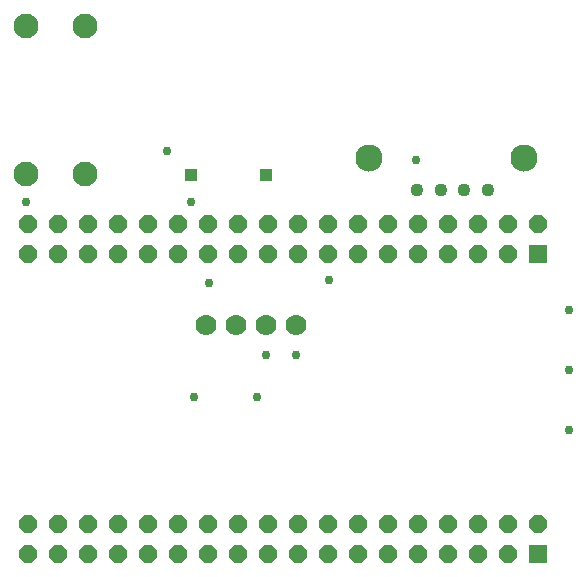
<source format=gbr>
G04 EAGLE Gerber RS-274X export*
G75*
%MOMM*%
%FSLAX34Y34*%
%LPD*%
%INBottom Copper*%
%IPPOS*%
%AMOC8*
5,1,8,0,0,1.08239X$1,22.5*%
G01*
%ADD10C,1.778000*%
%ADD11C,2.100000*%
%ADD12R,1.524000X1.524000*%
%ADD13P,1.649562X8X202.500000*%
%ADD14C,1.108000*%
%ADD15C,2.300000*%
%ADD16R,1.108000X1.108000*%
%ADD17C,0.756400*%


D10*
X-1089660Y-2463800D03*
X-1140460Y-2463800D03*
X-1115060Y-2463800D03*
X-1064260Y-2463800D03*
D11*
X-1292460Y-2335800D03*
X-1242460Y-2335800D03*
X-1292460Y-2210800D03*
X-1242460Y-2210800D03*
D12*
X-859200Y-2657100D03*
D13*
X-859200Y-2631700D03*
X-884600Y-2657100D03*
X-884600Y-2631700D03*
X-910000Y-2657100D03*
X-910000Y-2631700D03*
X-935400Y-2657100D03*
X-935400Y-2631700D03*
X-960800Y-2657100D03*
X-960800Y-2631700D03*
X-986200Y-2657100D03*
X-986200Y-2631700D03*
X-1011600Y-2657100D03*
X-1011600Y-2631700D03*
X-1037000Y-2657100D03*
X-1037000Y-2631700D03*
X-1062400Y-2657100D03*
X-1062400Y-2631700D03*
X-1087800Y-2657100D03*
X-1087800Y-2631700D03*
X-1113200Y-2657100D03*
X-1113200Y-2631700D03*
X-1138600Y-2657100D03*
X-1138600Y-2631700D03*
X-1164000Y-2657100D03*
X-1164000Y-2631700D03*
X-1189400Y-2657100D03*
X-1189400Y-2631700D03*
X-1214800Y-2657100D03*
X-1214800Y-2631700D03*
X-1240200Y-2657100D03*
X-1240200Y-2631700D03*
X-1265600Y-2657100D03*
X-1265600Y-2631700D03*
X-1291000Y-2657100D03*
X-1291000Y-2631700D03*
D12*
X-859200Y-2403100D03*
D13*
X-859200Y-2377700D03*
X-884600Y-2403100D03*
X-884600Y-2377700D03*
X-910000Y-2403100D03*
X-910000Y-2377700D03*
X-935400Y-2403100D03*
X-935400Y-2377700D03*
X-960800Y-2403100D03*
X-960800Y-2377700D03*
X-986200Y-2403100D03*
X-986200Y-2377700D03*
X-1011600Y-2403100D03*
X-1011600Y-2377700D03*
X-1037000Y-2403100D03*
X-1037000Y-2377700D03*
X-1062400Y-2403100D03*
X-1062400Y-2377700D03*
X-1087800Y-2403100D03*
X-1087800Y-2377700D03*
X-1113200Y-2403100D03*
X-1113200Y-2377700D03*
X-1138600Y-2403100D03*
X-1138600Y-2377700D03*
X-1164000Y-2403100D03*
X-1164000Y-2377700D03*
X-1189400Y-2403100D03*
X-1189400Y-2377700D03*
X-1214800Y-2403100D03*
X-1214800Y-2377700D03*
X-1240200Y-2403100D03*
X-1240200Y-2377700D03*
X-1265600Y-2403100D03*
X-1265600Y-2377700D03*
X-1291000Y-2403100D03*
X-1291000Y-2377700D03*
D14*
X-901700Y-2349500D03*
X-921700Y-2349500D03*
X-941700Y-2349500D03*
X-961700Y-2349500D03*
D15*
X-871000Y-2322400D03*
X-1002400Y-2322400D03*
D16*
X-1153160Y-2336800D03*
X-1089660Y-2336800D03*
D17*
X-833120Y-2451100D03*
X-833120Y-2552700D03*
X-833120Y-2501900D03*
X-1089660Y-2489200D03*
X-962660Y-2324100D03*
X-1036320Y-2425700D03*
X-1153160Y-2359660D03*
X-1292860Y-2359660D03*
X-1064260Y-2489200D03*
X-1150620Y-2524760D03*
X-1097280Y-2524760D03*
X-1173480Y-2316480D03*
X-1137920Y-2428240D03*
M02*

</source>
